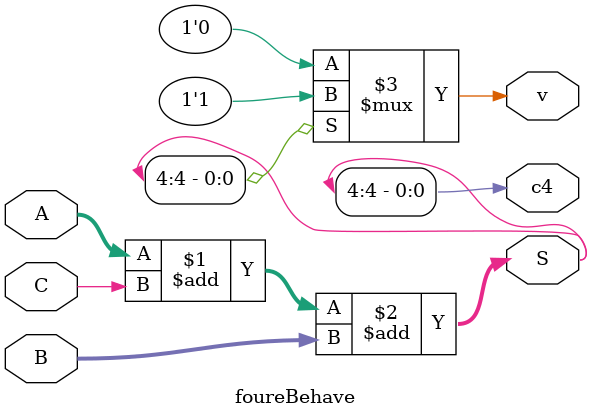
<source format=v>
`timescale 1ns / 1ps
module foureBehave(
  input [3:0] A,
  input [3:0] B,
  input C,
  output [4:0] S,
  output c4,
  output v
	 );
assign S = (A + C)+ B;
assign c4 = S[4];
assign v = c4 ? 1'b1 : 1'b0;

endmodule

</source>
